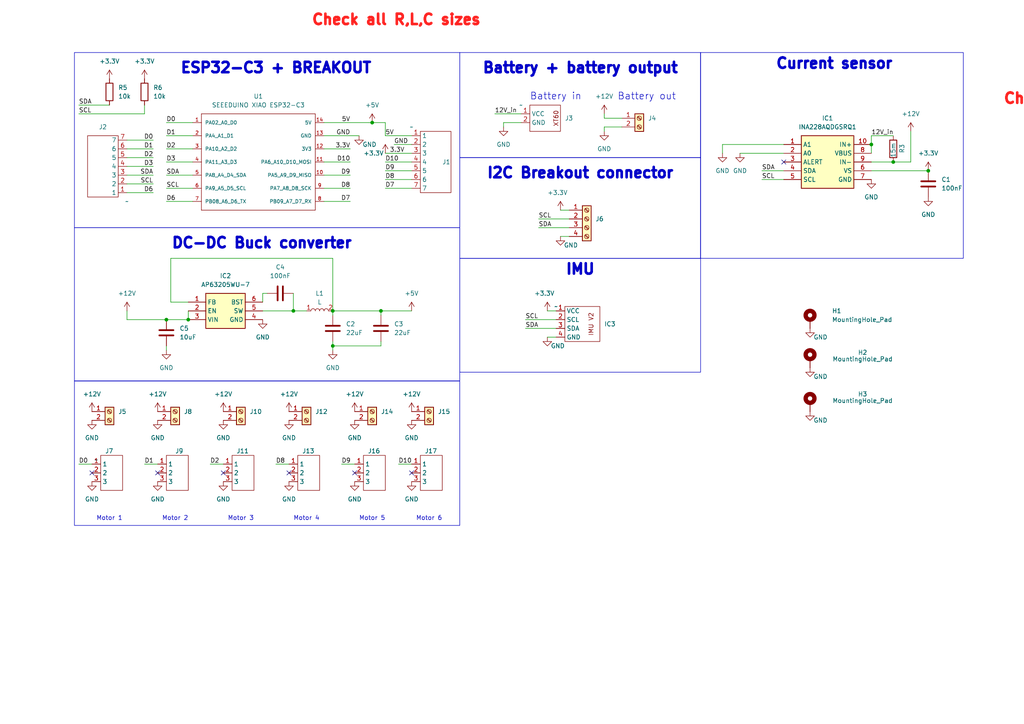
<source format=kicad_sch>
(kicad_sch (version 20230121) (generator eeschema)
  (paper "A4")
  (lib_symbols
    (symbol "Connector:Screw_Terminal_01x02" (pin_names (offset 1.016) hide)
      (property "Reference" "J" (at 0 2.54 0))
      (property "Value" "Screw_Terminal_01x02" (at 0 -5.08 0))
      (symbol "Screw_Terminal_01x02_1_1"
        (rectangle (start -1.27 1.27) (end 1.27 -3.81) (stroke (width 0.254)) (fill (type background)))
        (circle (center 0 -2.54) (radius 0.635) (stroke (width 0.1524)))
        (polyline (pts (xy -0.5334 -2.2098) (xy 0.3302 -3.048)) (stroke (width 0.1524)))
        (polyline (pts (xy -0.5334 0.3302) (xy 0.3302 -0.508)) (stroke (width 0.1524)))
        (polyline (pts (xy -0.3556 -2.032) (xy 0.508 -2.8702)) (stroke (width 0.1524)))
        (polyline (pts (xy -0.3556 0.508) (xy 0.508 -0.3302)) (stroke (width 0.1524)))
        (circle (center 0 0) (radius 0.635) (stroke (width 0.1524)))
        (pin passive line (at -5.08 0 0) (length 3.81) (name "Pin_1") (number "1"))
        (pin passive line (at -5.08 -2.54 0) (length 3.81) (name "Pin_2") (number "2"))
      )
    )
    (symbol "Connector:Screw_Terminal_01x04" (pin_names (offset 1.016) hide)
      (property "Reference" "J" (at 0 5.08 0))
      (property "Value" "Screw_Terminal_01x04" (at 0 -7.62 0))
      (symbol "Screw_Terminal_01x04_1_1"
        (rectangle (start -1.27 3.81) (end 1.27 -6.35) (stroke (width 0.254)) (fill (type background)))
        (circle (center 0 -5.08) (radius 0.635) (stroke (width 0.1524)))
        (circle (center 0 -2.54) (radius 0.635) (stroke (width 0.1524)))
        (polyline (pts (xy -0.5334 -4.7498) (xy 0.3302 -5.588)) (stroke (width 0.1524)))
        (polyline (pts (xy -0.5334 -2.2098) (xy 0.3302 -3.048)) (stroke (width 0.1524)))
        (polyline (pts (xy -0.5334 0.3302) (xy 0.3302 -0.508)) (stroke (width 0.1524)))
        (polyline (pts (xy -0.5334 2.8702) (xy 0.3302 2.032)) (stroke (width 0.1524)))
        (polyline (pts (xy -0.3556 -4.572) (xy 0.508 -5.4102)) (stroke (width 0.1524)))
        (polyline (pts (xy -0.3556 -2.032) (xy 0.508 -2.8702)) (stroke (width 0.1524)))
        (polyline (pts (xy -0.3556 0.508) (xy 0.508 -0.3302)) (stroke (width 0.1524)))
        (polyline (pts (xy -0.3556 3.048) (xy 0.508 2.2098)) (stroke (width 0.1524)))
        (circle (center 0 0) (radius 0.635) (stroke (width 0.1524)))
        (circle (center 0 2.54) (radius 0.635) (stroke (width 0.1524)))
        (pin passive line (at -5.08 2.54 0) (length 3.81) (name "Pin_1") (number "1"))
        (pin passive line (at -5.08 0 0) (length 3.81) (name "Pin_2") (number "2"))
        (pin passive line (at -5.08 -2.54 0) (length 3.81) (name "Pin_3") (number "3"))
        (pin passive line (at -5.08 -5.08 0) (length 3.81) (name "Pin_4") (number "4"))
      )
    )
    (symbol "Device:C" (pin_numbers hide) (pin_names (offset 0.254))
      (property "Reference" "C" (at 0.635 2.54 0))
      (property "Value" "C" (at 0.635 -2.54 0))
      (symbol "C_0_1"
        (polyline (pts (xy -2.032 -0.762) (xy 2.032 -0.762)) (stroke (width 0.508)))
        (polyline (pts (xy -2.032 0.762) (xy 2.032 0.762)) (stroke (width 0.508)))
      )
      (symbol "C_1_1"
        (pin passive line (at 0 3.81 270) (length 2.794) (name "~") (number "1"))
        (pin passive line (at 0 -3.81 90) (length 2.794) (name "~") (number "2"))
      )
    )
    (symbol "Device:R" (pin_numbers hide) (pin_names (offset 0))
      (property "Reference" "R" (at 2.032 0 90))
      (property "Value" "R" (at 0 0 90))
      (symbol "R_0_1"
        (rectangle (start -1.016 -2.54) (end 1.016 2.54) (stroke (width 0.254)))
      )
      (symbol "R_1_1"
        (pin passive line (at 0 3.81 270) (length 1.27) (name "~") (number "1"))
        (pin passive line (at 0 -3.81 90) (length 1.27) (name "~") (number "2"))
      )
    )
    (symbol "MasterThesis_library:1x3_FemaleHeader"
      (property "Reference" "J" (at -1.27 3.81 0))
      (symbol "1x3_FemaleHeader_0_1"
        (rectangle (start 2.54 2.54) (end 8.89 -7.62))
      )
      (symbol "1x3_FemaleHeader_1_1"
        (pin bidirectional line (at 0 0 0) (length 2.54) (name "1") (number "1"))
        (pin bidirectional line (at 0 -2.54 0) (length 2.54) (name "2") (number "2"))
        (pin bidirectional line (at 0 -5.08 0) (length 2.54) (name "3") (number "3"))
      )
    )
    (symbol "MasterThesis_library:1x7_Header"
      (property "Reference" "J" (at 0 2.54 0))
      (symbol "1x7_Header_0_1"
        (rectangle (start 0 0) (end 8.89 -17.78))
      )
      (symbol "1x7_Header_1_1"
        (pin bidirectional line (at -2.54 -1.27 0) (length 2.54) (name "1") (number "1"))
        (pin bidirectional line (at -2.54 -3.81 0) (length 2.54) (name "2") (number "2"))
        (pin bidirectional line (at -2.54 -6.35 0) (length 2.54) (name "3") (number "3"))
        (pin bidirectional line (at -2.54 -8.89 0) (length 2.54) (name "4") (number "4"))
        (pin bidirectional line (at -2.54 -11.43 0) (length 2.54) (name "5") (number "5"))
        (pin bidirectional line (at -2.54 -13.97 0) (length 2.54) (name "6") (number "6"))
        (pin bidirectional line (at -2.54 -16.51 0) (length 2.54) (name "7") (number "7"))
      )
    )
    (symbol "MasterThesis_library:AP63205WU-7"
      (property "Reference" "IC" (at 3.81 7.62 0))
      (property "Value" "AP63205WU-7" (at 3.81 5.08 0))
      (symbol "AP63205WU-7_1_1"
        (rectangle (start 5.08 2.54) (end 16.51 -7.62) (stroke (width 0.254)) (fill (type background)))
        (pin passive line (at 0 0 0) (length 5.08) (name "FB") (number "1"))
        (pin passive line (at 0 -2.54 0) (length 5.08) (name "EN") (number "2"))
        (pin passive line (at 0 -5.08 0) (length 5.08) (name "VIN") (number "3"))
        (pin passive line (at 21.59 -5.08 180) (length 5.08) (name "GND") (number "4"))
        (pin passive line (at 21.59 -2.54 180) (length 5.08) (name "SW") (number "5"))
        (pin passive line (at 21.59 0 180) (length 5.08) (name "BST") (number "6"))
      )
    )
    (symbol "MasterThesis_library:CLF12555T-4R7N-H"
      (property "Reference" "L" (at 0 0 0))
      (property "Value" "CLF12555T-4R7N-H" (at 0 -5.08 0))
      (symbol "CLF12555T-4R7N-H_0_1"
        (arc (start -1.27 -2.54) (mid -1.905 -1.9077) (end -2.54 -2.54))
        (arc (start 0 -2.54) (mid -0.635 -1.9077) (end -1.27 -2.54))
        (arc (start 1.27 -2.54) (mid 0.635 -1.9077) (end 0 -2.54))
        (arc (start 2.54 -2.54) (mid 1.905 -1.9077) (end 1.27 -2.54))
      )
      (symbol "CLF12555T-4R7N-H_1_1"
        (pin passive line (at -3.81 -2.54 0) (length 1.27) (name "") (number "1"))
        (pin passive line (at 3.81 -2.54 180) (length 1.27) (name "") (number "2"))
      )
    )
    (symbol "MasterThesis_library:IMU_V2"
      (property "Reference" "IC" (at 0 2.54 0))
      (symbol "IMU_V2_0_1"
        (rectangle (start 2.54 0) (end 12.7 -10.16))
      )
      (symbol "IMU_V2_1_1"
        (text "IMU V2" (at 10.16 -5.08 900) (effects (font (size 1.27 1.27))))
        (pin bidirectional line (at 0 -1.27 0) (length 2.54) (name "VCC") (number "1"))
        (pin bidirectional line (at 0 -3.81 0) (length 2.54) (name "SCL") (number "2"))
        (pin bidirectional line (at 0 -6.35 0) (length 2.54) (name "SDA") (number "3"))
        (pin bidirectional line (at 0 -8.89 0) (length 2.54) (name "GND") (number "4"))
      )
    )
    (symbol "MasterThesis_library:INA228AQDGSRQ1"
      (property "Reference" "IC" (at 5.08 7.62 0))
      (property "Value" "INA228AQDGSRQ1" (at 5.08 5.08 0))
      (symbol "INA228AQDGSRQ1_1_1"
        (rectangle (start 5.08 2.54) (end 20.32 -12.7) (stroke (width 0.254)) (fill (type background)))
        (pin passive line (at 0 0 0) (length 5.08) (name "A1") (number "1"))
        (pin passive line (at 25.4 0 180) (length 5.08) (name "IN+") (number "10"))
        (pin passive line (at 0 -2.54 0) (length 5.08) (name "A0") (number "2"))
        (pin passive line (at 0 -5.08 0) (length 5.08) (name "ALERT") (number "3"))
        (pin passive line (at 0 -7.62 0) (length 5.08) (name "SDA") (number "4"))
        (pin passive line (at 0 -10.16 0) (length 5.08) (name "SCL") (number "5"))
        (pin passive line (at 25.4 -7.62 180) (length 5.08) (name "VS") (number "6"))
        (pin passive line (at 25.4 -10.16 180) (length 5.08) (name "GND") (number "7"))
        (pin passive line (at 25.4 -2.54 180) (length 5.08) (name "VBUS") (number "8"))
        (pin passive line (at 25.4 -5.08 180) (length 5.08) (name "IN-") (number "9"))
      )
    )
    (symbol "MasterThesis_library:MOUDLE-SEEEDUINO-XIAO-ESP32C3" (pin_names (offset 1.016))
      (property "Reference" "U" (at -21.59 16.51 0))
      (property "Value" "SEEEDUINO XIAO ESP32-C3" (at -17.78 16.51 0))
      (symbol "MOUDLE-SEEEDUINO-XIAO-ESP32C3_0_0"
        (polyline (pts (xy -22.86 -13.97) (xy -22.86 0)) (stroke (width 0.1524)))
        (polyline (pts (xy -22.86 0) (xy -22.86 3.81)) (stroke (width 0.1524)))
        (polyline (pts (xy -22.86 3.81) (xy -22.86 7.62)) (stroke (width 0.1524)))
        (polyline (pts (xy -22.86 7.62) (xy -22.86 11.43)) (stroke (width 0.1524)))
        (polyline (pts (xy -22.86 11.43) (xy -22.86 13.97)) (stroke (width 0.1524)))
        (polyline (pts (xy -22.86 13.97) (xy 10.16 13.97)) (stroke (width 0.1524)))
        (polyline (pts (xy 10.16 -13.97) (xy -22.86 -13.97)) (stroke (width 0.1524)))
        (polyline (pts (xy 10.16 3.81) (xy 10.16 -13.97)) (stroke (width 0.1524)))
        (polyline (pts (xy 10.16 7.62) (xy 10.16 3.81)) (stroke (width 0.1524)))
        (polyline (pts (xy 10.16 11.43) (xy 10.16 7.62)) (stroke (width 0.1524)))
        (polyline (pts (xy 10.16 13.97) (xy 10.16 11.43)) (stroke (width 0.1524)))
        (pin bidirectional line (at -25.4 11.43 0) (length 2.54) (name "PA02_A0_D0") (number "1"))
        (pin bidirectional line (at 12.7 -3.81 180) (length 2.54) (name "PA5_A9_D9_MISO") (number "10"))
        (pin bidirectional line (at 12.7 0 180) (length 2.54) (name "PA6_A10_D10_MOSI") (number "11"))
        (pin bidirectional line (at 12.7 3.81 180) (length 2.54) (name "3V3") (number "12"))
        (pin bidirectional line (at 12.7 7.62 180) (length 2.54) (name "GND") (number "13"))
        (pin bidirectional line (at 12.7 11.43 180) (length 2.54) (name "5V") (number "14"))
        (pin bidirectional line (at -25.4 7.62 0) (length 2.54) (name "PA4_A1_D1") (number "2"))
        (pin bidirectional line (at -25.4 3.81 0) (length 2.54) (name "PA10_A2_D2") (number "3"))
        (pin bidirectional line (at -25.4 0 0) (length 2.54) (name "PA11_A3_D3") (number "4"))
        (pin bidirectional line (at -25.4 -3.81 0) (length 2.54) (name "PA8_A4_D4_SDA") (number "5"))
        (pin bidirectional line (at -25.4 -7.62 0) (length 2.54) (name "PA9_A5_D5_SCL") (number "6"))
        (pin bidirectional line (at -25.4 -11.43 0) (length 2.54) (name "PB08_A6_D6_TX") (number "7"))
        (pin bidirectional line (at 12.7 -11.43 180) (length 2.54) (name "PB09_A7_D7_RX") (number "8"))
        (pin bidirectional line (at 12.7 -7.62 180) (length 2.54) (name "PA7_A8_D8_SCK") (number "9"))
      )
    )
    (symbol "MasterThesis_library:XT60"
      (property "Reference" "J" (at 2.54 1.27 0))
      (symbol "XT60_0_1"
        (rectangle (start 2.54 0) (end 11.43 -7.62))
      )
      (symbol "XT60_1_1"
        (text "XT60" (at 10.16 -3.81 900) (effects (font (size 1.27 1.27))))
        (pin bidirectional line (at 0 -2.54 0) (length 2.54) (name "VCC") (number "1"))
        (pin bidirectional line (at 0 -5.08 0) (length 2.54) (name "GND") (number "2"))
      )
    )
    (symbol "Mechanical:MountingHole_Pad" (pin_numbers hide) (pin_names (offset 1.016) hide)
      (property "Reference" "H" (at 0 6.35 0))
      (property "Value" "MountingHole_Pad" (at 0 4.445 0))
      (symbol "MountingHole_Pad_0_1"
        (circle (center 0 1.27) (radius 1.27) (stroke (width 1.27)))
      )
      (symbol "MountingHole_Pad_1_1"
        (pin input line (at 0 -2.54 90) (length 2.54) (name "1") (number "1"))
      )
    )
    (symbol "power:+12V" (power) (pin_names (offset 0))
      (property "Value" "+12V" (at 0 3.556 0))
      (symbol "+12V_0_1"
        (polyline (pts (xy -0.762 1.27) (xy 0 2.54)))
        (polyline (pts (xy 0 0) (xy 0 2.54)))
        (polyline (pts (xy 0 2.54) (xy 0.762 1.27)))
      )
      (symbol "+12V_1_1"
        (pin power_in line (at 0 0 90) (length 0) hide (name "+12V") (number "1"))
      )
    )
    (symbol "power:+3.3V" (power) (pin_names (offset 0))
      (property "Value" "+3.3V" (at 0 3.556 0))
      (symbol "+3.3V_0_1"
        (polyline (pts (xy -0.762 1.27) (xy 0 2.54)))
        (polyline (pts (xy 0 0) (xy 0 2.54)))
        (polyline (pts (xy 0 2.54) (xy 0.762 1.27)))
      )
      (symbol "+3.3V_1_1"
        (pin power_in line (at 0 0 90) (length 0) hide (name "+3.3V") (number "1"))
      )
    )
    (symbol "power:+5V" (power) (pin_names (offset 0))
      (property "Value" "+5V" (at 0 3.556 0))
      (symbol "+5V_0_1"
        (polyline (pts (xy -0.762 1.27) (xy 0 2.54)))
        (polyline (pts (xy 0 0) (xy 0 2.54)))
        (polyline (pts (xy 0 2.54) (xy 0.762 1.27)))
      )
      (symbol "+5V_1_1"
        (pin power_in line (at 0 0 90) (length 0) hide (name "+5V") (number "1"))
      )
    )
    (symbol "power:GND" (power) (pin_names (offset 0))
      (property "Value" "GND" (at 0 -3.81 0))
      (symbol "GND_0_1"
        (polyline (pts (xy 0 0) (xy 0 -1.27) (xy 1.27 -1.27) (xy 0 -2.54) (xy -1.27 -1.27) (xy 0 -1.27)))
      )
      (symbol "GND_1_1"
        (pin power_in line (at 0 0 270) (length 0) hide (name "GND") (number "1"))
      )
    )
  )
  (junction (at 259.08 46.99))
  (junction (at 107.95 35.56))
  (junction (at 85.09 90.17))
  (junction (at 96.52 90.17))
  (junction (at 96.52 100.33))
  (junction (at 110.49 90.17))
  (junction (at 252.73 41.91))
  (junction (at 54.61 92.71))
  (junction (at 269.24 49.53))
  (junction (at 48.26 92.71))
  (no_connect (at 45.72 137.16))
  (no_connect (at 227.33 46.99))
  (no_connect (at 102.87 137.16))
  (no_connect (at 64.77 137.16))
  (no_connect (at 26.67 137.16))
  (no_connect (at 83.82 137.16))
  (no_connect (at 119.38 137.16))
  (wire (pts (xy 96.52 101.6) (xy 96.52 100.33)))
  (wire (pts (xy 119.38 39.37) (xy 111.76 39.37)))
  (wire (pts (xy 156.21 66.04) (xy 165.1 66.04)))
  (wire (pts (xy 49.53 74.93) (xy 96.52 74.93)))
  (wire (pts (xy 110.49 99.06) (xy 110.49 100.33)))
  (wire (pts (xy 85.09 85.09) (xy 85.09 90.17)))
  (wire (pts (xy 93.98 50.8) (xy 101.6 50.8)))
  (wire (pts (xy 252.73 39.37) (xy 252.73 41.91)))
  (wire (pts (xy 119.38 49.53) (xy 111.76 49.53)))
  (wire (pts (xy 180.34 34.29) (xy 175.26 34.29)))
  (wire (pts (xy 36.83 53.34) (xy 44.45 53.34)))
  (wire (pts (xy 77.47 85.09) (xy 76.2 85.09)))
  (wire (pts (xy 209.55 41.91) (xy 209.55 44.45)))
  (wire (pts (xy 259.08 39.37) (xy 252.73 39.37)))
  (wire (pts (xy 119.38 54.61) (xy 111.76 54.61)))
  (wire (pts (xy 36.83 45.72) (xy 44.45 45.72)))
  (wire (pts (xy 55.88 39.37) (xy 48.26 39.37)))
  (wire (pts (xy 36.83 43.18) (xy 44.45 43.18)))
  (wire (pts (xy 110.49 91.44) (xy 110.49 90.17)))
  (wire (pts (xy 96.52 100.33) (xy 96.52 99.06)))
  (wire (pts (xy 55.88 46.99) (xy 48.26 46.99)))
  (wire (pts (xy 252.73 49.53) (xy 269.24 49.53)))
  (wire (pts (xy 111.76 44.45) (xy 119.38 44.45)))
  (wire (pts (xy 156.21 63.5) (xy 165.1 63.5)))
  (wire (pts (xy 93.98 39.37) (xy 104.14 39.37)))
  (wire (pts (xy 96.52 74.93) (xy 96.52 90.17)))
  (wire (pts (xy 259.08 46.99) (xy 264.16 46.99)))
  (wire (pts (xy 252.73 41.91) (xy 252.73 44.45)))
  (wire (pts (xy 83.82 134.62) (xy 80.01 134.62)))
  (wire (pts (xy 146.05 35.56) (xy 146.05 36.83)))
  (wire (pts (xy 76.2 85.09) (xy 76.2 87.63)))
  (wire (pts (xy 48.26 92.71) (xy 36.83 92.71)))
  (wire (pts (xy 111.76 39.37) (xy 111.76 35.56)))
  (wire (pts (xy 64.77 134.62) (xy 60.96 134.62)))
  (wire (pts (xy 158.75 97.79) (xy 161.29 97.79)))
  (wire (pts (xy 220.98 49.53) (xy 227.33 49.53)))
  (wire (pts (xy 264.16 38.1) (xy 264.16 46.99)))
  (wire (pts (xy 55.88 58.42) (xy 48.26 58.42)))
  (wire (pts (xy 49.53 87.63) (xy 49.53 74.93)))
  (wire (pts (xy 119.38 46.99) (xy 111.76 46.99)))
  (wire (pts (xy 45.72 134.62) (xy 41.91 134.62)))
  (wire (pts (xy 55.88 50.8) (xy 48.26 50.8)))
  (wire (pts (xy 22.86 33.02) (xy 41.91 33.02)))
  (wire (pts (xy 48.26 100.33) (xy 48.26 101.6)))
  (wire (pts (xy 93.98 58.42) (xy 101.6 58.42)))
  (wire (pts (xy 119.38 41.91) (xy 114.3 41.91)))
  (wire (pts (xy 162.56 60.96) (xy 165.1 60.96)))
  (wire (pts (xy 55.88 54.61) (xy 48.26 54.61)))
  (wire (pts (xy 151.13 33.02) (xy 143.51 33.02)))
  (wire (pts (xy 93.98 43.18) (xy 101.6 43.18)))
  (wire (pts (xy 36.83 48.26) (xy 44.45 48.26)))
  (wire (pts (xy 96.52 90.17) (xy 96.52 91.44)))
  (wire (pts (xy 36.83 40.64) (xy 44.45 40.64)))
  (wire (pts (xy 214.63 44.45) (xy 227.33 44.45)))
  (wire (pts (xy 85.09 90.17) (xy 88.9 90.17)))
  (wire (pts (xy 119.38 52.07) (xy 111.76 52.07)))
  (wire (pts (xy 180.34 36.83) (xy 175.26 36.83)))
  (wire (pts (xy 36.83 55.88) (xy 44.45 55.88)))
  (wire (pts (xy 111.76 35.56) (xy 107.95 35.56)))
  (wire (pts (xy 158.75 90.17) (xy 161.29 90.17)))
  (wire (pts (xy 54.61 90.17) (xy 54.61 92.71)))
  (wire (pts (xy 110.49 100.33) (xy 96.52 100.33)))
  (wire (pts (xy 55.88 35.56) (xy 48.26 35.56)))
  (wire (pts (xy 175.26 36.83) (xy 175.26 38.1)))
  (wire (pts (xy 36.83 50.8) (xy 44.45 50.8)))
  (wire (pts (xy 55.88 43.18) (xy 48.26 43.18)))
  (wire (pts (xy 93.98 46.99) (xy 101.6 46.99)))
  (wire (pts (xy 22.86 30.48) (xy 31.75 30.48)))
  (wire (pts (xy 152.4 95.25) (xy 161.29 95.25)))
  (wire (pts (xy 110.49 90.17) (xy 119.38 90.17)))
  (wire (pts (xy 26.67 134.62) (xy 22.86 134.62)))
  (wire (pts (xy 93.98 35.56) (xy 107.95 35.56)))
  (wire (pts (xy 110.49 90.17) (xy 96.52 90.17)))
  (wire (pts (xy 151.13 35.56) (xy 146.05 35.56)))
  (wire (pts (xy 36.83 90.17) (xy 36.83 92.71)))
  (wire (pts (xy 48.26 92.71) (xy 54.61 92.71)))
  (wire (pts (xy 93.98 54.61) (xy 101.6 54.61)))
  (wire (pts (xy 175.26 34.29) (xy 175.26 33.02)))
  (wire (pts (xy 119.38 134.62) (xy 115.57 134.62)))
  (wire (pts (xy 41.91 33.02) (xy 41.91 30.48)))
  (wire (pts (xy 102.87 134.62) (xy 99.06 134.62)))
  (wire (pts (xy 76.2 90.17) (xy 85.09 90.17)))
  (wire (pts (xy 227.33 41.91) (xy 209.55 41.91)))
  (wire (pts (xy 54.61 87.63) (xy 49.53 87.63)))
  (wire (pts (xy 220.98 52.07) (xy 227.33 52.07)))
  (wire (pts (xy 162.56 68.58) (xy 165.1 68.58)))
  (wire (pts (xy 252.73 46.99) (xy 259.08 46.99)))
  (wire (pts (xy 152.4 92.71) (xy 161.29 92.71)))
  (rectangle (start 21.59 15.24) (end 133.35 66.04))
  (rectangle (start 133.35 74.93) (end 203.2 107.95))
  (rectangle (start 133.35 15.24) (end 203.2 45.72))
  (rectangle (start 21.59 110.49) (end 133.35 152.4))
  (rectangle (start 203.2 15.24) (end 279.4 74.93))
  (rectangle (start 21.59 66.04) (end 133.35 110.49))
  (rectangle (start 133.35 45.72) (end 203.2 74.93))
  (text "Current sensor" (at 224.79 20.32 0) (effects (font (size 3 3) (thickness 1) bold) (justify left bottom)))
  (text "Battery + battery output" (at 139.7 21.59 0) (effects (font (size 3 3) (thickness 1) bold) (justify left bottom)))
  (text "Battery out" (at 179.07 29.21 0) (effects (font (size 2 2)) (justify left bottom)))
  (text "Motor 6" (at 120.65 151.13 0) (effects (font (size 1.27 1.27)) (justify left bottom)))
  (text "ESP32-C3 + BREAKOUT" (at 52.07 21.59 0) (effects (font (size 3 3) (thickness 1) bold) (justify left bottom)))
  (text "Battery in" (at 153.67 29.21 0) (effects (font (size 2 2)) (justify left bottom)))
  (text "IMU" (at 163.83 80.01 0) (effects (font (size 3 3) (thickness 1) bold) (justify left bottom)))
  (text "Motor 2" (at 46.99 151.13 0) (effects (font (size 1.27 1.27)) (justify left bottom)))
  (text "Motor 4" (at 85.09 151.13 0) (effects (font (size 1.27 1.27)) (justify left bottom)))
  (text "Motor 3" (at 66.04 151.13 0) (effects (font (size 1.27 1.27)) (justify left bottom)))
  (text "Check connections on 8-9-10" (at 290.83 30.48 0) (effects (font (size 3 3) (thickness 1) bold) (justify left bottom)))
  (text "DC-DC Buck converter" (at 49.53 72.39 0) (effects (font (size 3 3) (thickness 1) bold) (justify left bottom)))
  (text "Check all R,L,C sizes" (at 90.17 7.62 0) (effects (font (size 3 3) (thickness 1) bold) (justify left bottom)))
  (text "Motor 1" (at 27.94 151.13 0) (effects (font (size 1.27 1.27)) (justify left bottom)))
  (text "I2C Breakout connector" (at 140.97 52.07 0) (effects (font (size 3 3) (thickness 1) bold) (justify left bottom)))
  (text "Motor 5" (at 104.14 151.13 0) (effects (font (size 1.27 1.27)) (justify left bottom)))
  (label "D7" (at 111.76 54.61 0))
  (label "D9" (at 99.06 134.62 0))
  (label "SDA" (at 156.21 66.04 0))
  (label "SDA" (at 48.26 50.8 0))
  (label "D2" (at 60.96 134.62 0))
  (label "SCL" (at 220.98 52.07 0))
  (label "SCL" (at 156.21 63.5 0))
  (label "SDA" (at 22.86 30.48 0))
  (label "D8" (at 111.76 52.07 0))
  (label "GND" (at 101.6 39.37 180))
  (label "D0" (at 22.86 134.62 0))
  (label "12V_in" (at 143.51 33.02 0))
  (label "D6" (at 44.45 55.88 180))
  (label "D9" (at 101.6 50.8 180))
  (label "5V" (at 111.76 39.37 0))
  (label "3.3V" (at 101.6 43.18 180))
  (label "3.3V" (at 113.03 44.45 0))
  (label "5V" (at 101.6 35.56 180))
  (label "D6" (at 48.26 58.42 0))
  (label "SCL" (at 22.86 33.02 0))
  (label "D2" (at 48.26 43.18 0))
  (label "SCL" (at 44.45 53.34 180))
  (label "D10" (at 115.57 134.62 0))
  (label "SCL" (at 152.4 92.71 0))
  (label "D8" (at 80.01 134.62 0))
  (label "SDA" (at 44.45 50.8 180))
  (label "D10" (at 101.6 46.99 180))
  (label "D3" (at 44.45 48.26 180))
  (label "D7" (at 101.6 58.42 180))
  (label "D1" (at 48.26 39.37 0))
  (label "D2" (at 44.45 45.72 180))
  (label "D0" (at 44.45 40.64 180))
  (label "D0" (at 48.26 35.56 0))
  (label "D8" (at 101.6 54.61 180))
  (label "SDA" (at 152.4 95.25 0))
  (label "D10" (at 111.76 46.99 0))
  (label "D1" (at 41.91 134.62 0))
  (label "SDA" (at 220.98 49.53 0))
  (label "12V_in" (at 252.73 39.37 0))
  (label "GND" (at 114.3 41.91 0))
  (label "D3" (at 48.26 46.99 0))
  (label "D1" (at 44.45 43.18 180))
  (label "SCL" (at 48.26 54.61 0))
  (label "D9" (at 111.76 49.53 0))
  (symbol (lib_id "power:+12V") (at 102.87 119.38 0) (unit 1)
    (property "Reference" "#PWR045" (effects hide))
    (property "Value" "+12V" (at 102.87 114.3 0))
  )
  (symbol (lib_id "MasterThesis_library:MOUDLE-SEEEDUINO-XIAO-ESP32C3") (at 81.28 46.99 0) (unit 1)
    (property "Reference" "U1" (at 74.93 27.94 0))
    (property "Value" "SEEEDUINO XIAO ESP32-C3" (at 74.93 30.48 0))
    (property "Footprint" "MasterThesis_library:Seed Studio XIAO ESP32C3 (with holes)" (effects hide))
  )
  (symbol (lib_id "power:GND") (at 234.95 106.68 0) (unit 1)
    (property "Reference" "#PWR024" (effects hide))
    (property "Value" "GND" (at 240.03 109.22 0) (effects (justify right)))
  )
  (symbol (lib_id "MasterThesis_library:INA228AQDGSRQ1") (at 227.33 41.91 0) (unit 1)
    (property "Reference" "IC1" (at 240.03 34.29 0))
    (property "Value" "INA228AQDGSRQ1" (at 240.03 36.83 0))
    (property "Footprint" "MasterThesis_library:INA228" (effects hide))
    (property "Datasheet" "https://www.ti.com/lit/gpn/ina228-q1" (effects hide))
    (property "Height" "1.1" (effects hide))
    (property "Manufacturer_Name" "Texas Instruments" (effects hide))
    (property "Manufacturer_Part_Number" "INA228AQDGSRQ1" (effects hide))
    (property "Mouser Part Number" "595-INA228AQDGSRQ1" (effects hide))
    (property "Mouser Price/Stock" "https://www.mouser.co.uk/ProductDetail/Texas-Instruments/INA228AQDGSRQ1?qs=QNEnbhJQKvZw8LLjrvIyCg%3D%3D" (effects hide))
    (property "Arrow Part Number" "INA228AQDGSRQ1" (effects hide))
    (property "Arrow Price/Stock" "https://www.arrow.com/en/products/ina228aqdgsrq1/texas-instruments?utm_currency=USD&region=nac" (effects hide))
  )
  (symbol (lib_id "MasterThesis_library:1x3_FemaleHeader") (at 83.82 134.62 0) (unit 1)
    (property "Reference" "J13" (at 87.63 130.81 0) (effects (justify left)))
    (property "Value" "Screw_Terminal_01x03" (effects hide))
    (property "Footprint" "MasterThesis_library:1x3_FemaleHeader" (effects hide))
  )
  (symbol (lib_id "Mechanical:MountingHole_Pad") (at 234.95 116.84 0) (unit 1)
    (property "Reference" "H3" (at 250.19 114.3 0))
    (property "Value" "MountingHole_Pad" (at 250.19 116.205 0))
    (property "Footprint" "MountingHole:MountingHole_3.2mm_M3_DIN965_Pad" (effects hide))
  )
  (symbol (lib_id "MasterThesis_library:AP63205WU-7") (at 54.61 87.63 0) (unit 1)
    (property "Reference" "IC2" (at 65.405 80.01 0))
    (property "Value" "AP63205WU-7" (at 65.405 82.55 0))
    (property "Footprint" "MasterThesis_library:AP63205WU7" (effects hide))
    (property "Datasheet" "https://www.diodes.com//assets/Datasheets/AP63200-AP63201-AP63203-AP63205.pdf" (effects hide))
    (property "Height" "1" (effects hide))
    (property "Manufacturer_Name" "Diodes Incorporated" (effects hide))
    (property "Manufacturer_Part_Number" "AP63205WU-7" (effects hide))
    (property "Mouser Part Number" "621-AP63205WU-7" (effects hide))
    (property "Mouser Price/Stock" "https://www.mouser.co.uk/ProductDetail/Diodes-Incorporated/AP63205WU-7?qs=u16ybLDytRZtkj8PzdWCOw%3D%3D" (effects hide))
    (property "Arrow Part Number" "AP63205WU-7" (effects hide))
    (property "Arrow Price/Stock" "https://www.arrow.com/en/products/ap63205wu-7/diodes-incorporated?region=europe" (effects hide))
    (property "LCSC" "C2071056" (effects hide))
  )
  (symbol (lib_id "power:GND") (at 269.24 57.15 0) (unit 1)
    (property "Reference" "#PWR011" (effects hide))
    (property "Value" "GND" (at 269.24 62.23 0))
  )
  (symbol (lib_id "Device:R") (at 259.08 43.18 0) (unit 1)
    (property "Reference" "R3" (at 261.62 44.45 90) (effects (justify left)))
    (property "Value" "15m" (at 259.08 45.72 90) (effects (justify left)))
    (property "Footprint" "Resistor_SMD:R_2512_6332Metric_Pad1.40x3.35mm_HandSolder" (effects hide))
    (property "LCSC" "C5121111" (effects hide))
  )
  (symbol (lib_id "MasterThesis_library:IMU_V2") (at 161.29 88.9 0) (unit 1)
    (property "Reference" "IC3" (at 175.26 93.98 0) (effects (justify left)))
    (property "Value" "~" (at 161.29 88.9 0))
    (property "Footprint" "MasterThesis_library:IMU_V2" (effects hide))
  )
  (symbol (lib_id "power:GND") (at 175.26 38.1 0) (unit 1)
    (property "Reference" "#PWR02" (effects hide))
    (property "Value" "GND" (at 175.26 43.18 0))
  )
  (symbol (lib_id "Device:R") (at 31.75 26.67 0) (unit 1)
    (property "Reference" "R5" (at 34.29 25.4 0) (effects (justify left)))
    (property "Value" "10k" (at 34.29 27.94 0) (effects (justify left)))
    (property "Footprint" "Resistor_SMD:R_1206_3216Metric_Pad1.30x1.75mm_HandSolder" (effects hide))
    (property "LCSC" "C1489 " (effects hide))
  )
  (symbol (lib_id "power:+3.3V") (at 158.75 90.17 0) (unit 1)
    (property "Reference" "#PWR020" (effects hide))
    (property "Value" "+3.3V" (at 154.94 85.09 0) (effects (justify left)))
  )
  (symbol (lib_id "Device:C") (at 110.49 95.25 0) (unit 1)
    (property "Reference" "C3" (at 114.3 93.98 0) (effects (justify left)))
    (property "Value" "22uF" (at 114.3 96.52 0) (effects (justify left)))
    (property "Footprint" "Capacitor_SMD:C_1206_3216Metric_Pad1.33x1.80mm_HandSolder" (effects hide))
    (property "LCSC" "C77088" (effects hide))
  )
  (symbol (lib_id "power:GND") (at 234.95 119.38 0) (unit 1)
    (property "Reference" "#PWR023" (effects hide))
    (property "Value" "GND" (at 240.03 121.92 0) (effects (justify right)))
  )
  (symbol (lib_id "power:GND") (at 162.56 68.58 0) (unit 1)
    (property "Reference" "#PWR040" (effects hide))
    (property "Value" "GND" (at 167.64 71.12 0) (effects (justify right)))
  )
  (symbol (lib_id "MasterThesis_library:CLF12555T-4R7N-H") (at 92.71 87.63 0) (unit 1)
    (property "Reference" "L1" (at 92.71 85.09 0))
    (property "Value" "L" (at 92.71 87.63 0))
    (property "Footprint" "MasterThesis_library:CLF12555T-4R7N-H" (effects hide))
    (property "LCSC" "C43183" (effects hide))
  )
  (symbol (lib_id "power:+3.3V") (at 31.75 22.86 0) (unit 1)
    (property "Reference" "#PWR032" (effects hide))
    (property "Value" "+3.3V" (at 31.75 17.78 0))
  )
  (symbol (lib_id "power:GND") (at 83.82 121.92 0) (unit 1)
    (property "Reference" "#PWR044" (effects hide))
    (property "Value" "GND" (at 83.82 127 0))
  )
  (symbol (lib_id "power:GND") (at 26.67 139.7 0) (unit 1)
    (property "Reference" "#PWR049" (effects hide))
    (property "Value" "GND" (at 26.67 144.78 0))
  )
  (symbol (lib_id "power:+12V") (at 64.77 119.38 0) (unit 1)
    (property "Reference" "#PWR041" (effects hide))
    (property "Value" "+12V" (at 64.77 114.3 0))
  )
  (symbol (lib_id "Device:C") (at 96.52 95.25 0) (unit 1)
    (property "Reference" "C2" (at 100.33 93.98 0) (effects (justify left)))
    (property "Value" "22uF" (at 100.33 96.52 0) (effects (justify left)))
    (property "Footprint" "Capacitor_SMD:C_1206_3216Metric_Pad1.33x1.80mm_HandSolder" (effects hide))
    (property "LCSC" "C77088" (effects hide))
  )
  (symbol (lib_id "Connector:Screw_Terminal_01x02") (at 185.42 34.29 0) (unit 1)
    (property "Reference" "J4" (at 187.96 34.29 0) (effects (justify left)))
    (property "Value" "Screw_Terminal_01x02" (effects hide))
    (property "Footprint" "TerminalBlock_TE-Connectivity:TerminalBlock_TE_282834-2_1x02_P2.54mm_Horizontal" (effects hide))
  )
  (symbol (lib_id "power:GND") (at 76.2 92.71 0) (unit 1)
    (property "Reference" "#PWR013" (effects hide))
    (property "Value" "GND" (at 76.2 97.79 0))
  )
  (symbol (lib_id "Connector:Screw_Terminal_01x02") (at 69.85 119.38 0) (unit 1)
    (property "Reference" "J10" (at 72.39 119.38 0) (effects (justify left)))
    (property "Value" "Screw_Terminal_01x02" (effects hide))
    (property "Footprint" "TerminalBlock_TE-Connectivity:TerminalBlock_TE_282834-2_1x02_P2.54mm_Horizontal" (effects hide))
  )
  (symbol (lib_id "power:+12V") (at 264.16 38.1 0) (unit 1)
    (property "Reference" "#PWR04" (effects hide))
    (property "Value" "+12V" (at 264.16 33.02 0))
  )
  (symbol (lib_id "power:GND") (at 26.67 121.92 0) (unit 1)
    (property "Reference" "#PWR06" (effects hide))
    (property "Value" "GND" (at 26.67 127 0))
  )
  (symbol (lib_id "power:GND") (at 102.87 121.92 0) (unit 1)
    (property "Reference" "#PWR046" (effects hide))
    (property "Value" "GND" (at 102.87 127 0))
  )
  (symbol (lib_id "MasterThesis_library:1x3_FemaleHeader") (at 64.77 134.62 0) (unit 1)
    (property "Reference" "J11" (at 68.58 130.81 0) (effects (justify left)))
    (property "Value" "Screw_Terminal_01x03" (effects hide))
    (property "Footprint" "MasterThesis_library:1x3_FemaleHeader" (effects hide))
  )
  (symbol (lib_id "Mechanical:MountingHole_Pad") (at 234.95 104.14 0) (unit 1)
    (property "Reference" "H2" (at 250.19 102.235 0))
    (property "Value" "MountingHole_Pad" (at 250.19 104.14 0))
    (property "Footprint" "MountingHole:MountingHole_3.2mm_M3_DIN965_Pad" (effects hide))
  )
  (symbol (lib_id "power:+12V") (at 36.83 90.17 0) (unit 1)
    (property "Reference" "#PWR07" (effects hide))
    (property "Value" "+12V" (at 36.83 85.09 0))
  )
  (symbol (lib_id "power:GND") (at 64.77 121.92 0) (unit 1)
    (property "Reference" "#PWR042" (effects hide))
    (property "Value" "GND" (at 64.77 127 0))
  )
  (symbol (lib_id "Connector:Screw_Terminal_01x02") (at 107.95 119.38 0) (unit 1)
    (property "Reference" "J14" (at 110.49 119.38 0) (effects (justify left)))
    (property "Value" "Screw_Terminal_01x02" (effects hide))
    (property "Footprint" "TerminalBlock_TE-Connectivity:TerminalBlock_TE_282834-2_1x02_P2.54mm_Horizontal" (effects hide))
  )
  (symbol (lib_id "MasterThesis_library:1x7_Header") (at 34.29 57.15 180) (unit 1)
    (property "Reference" "J2" (at 29.845 36.83 0))
    (property "Value" "~" (at 36.83 58.42 0))
    (property "Footprint" "MasterThesis_library:1x7_Header" (effects hide))
  )
  (symbol (lib_id "power:GND") (at 209.55 44.45 0) (unit 1)
    (property "Reference" "#PWR08" (effects hide))
    (property "Value" "GND" (at 209.55 49.53 0))
  )
  (symbol (lib_id "MasterThesis_library:1x3_FemaleHeader") (at 45.72 134.62 0) (unit 1)
    (property "Reference" "J9" (at 50.8 130.81 0) (effects (justify left)))
    (property "Value" "Screw_Terminal_01x03" (effects hide))
    (property "Footprint" "MasterThesis_library:1x3_FemaleHeader" (effects hide))
  )
  (symbol (lib_id "power:GND") (at 119.38 121.92 0) (unit 1)
    (property "Reference" "#PWR048" (effects hide))
    (property "Value" "GND" (at 119.38 127 0))
  )
  (symbol (lib_id "power:GND") (at 48.26 101.6 0) (unit 1)
    (property "Reference" "#PWR015" (effects hide))
    (property "Value" "GND" (at 48.26 106.68 0))
  )
  (symbol (lib_id "Connector:Screw_Terminal_01x02") (at 88.9 119.38 0) (unit 1)
    (property "Reference" "J12" (at 91.44 119.38 0) (effects (justify left)))
    (property "Value" "Screw_Terminal_01x02" (effects hide))
    (property "Footprint" "TerminalBlock_TE-Connectivity:TerminalBlock_TE_282834-2_1x02_P2.54mm_Horizontal" (effects hide))
  )
  (symbol (lib_id "power:+12V") (at 175.26 33.02 0) (unit 1)
    (property "Reference" "#PWR05" (effects hide))
    (property "Value" "+12V" (at 175.26 27.94 0))
  )
  (symbol (lib_id "Connector:Screw_Terminal_01x02") (at 31.75 119.38 0) (unit 1)
    (property "Reference" "J5" (at 34.29 119.38 0) (effects (justify left)))
    (property "Value" "Screw_Terminal_01x02" (effects hide))
    (property "Footprint" "TerminalBlock_TE-Connectivity:TerminalBlock_TE_282834-2_1x02_P2.54mm_Horizontal" (effects hide))
  )
  (symbol (lib_id "MasterThesis_library:1x3_FemaleHeader") (at 102.87 134.62 0) (unit 1)
    (property "Reference" "J16" (at 106.68 130.81 0) (effects (justify left)))
    (property "Value" "Screw_Terminal_01x03" (effects hide))
    (property "Footprint" "MasterThesis_library:1x3_FemaleHeader" (effects hide))
  )
  (symbol (lib_id "power:GND") (at 214.63 44.45 0) (unit 1)
    (property "Reference" "#PWR09" (effects hide))
    (property "Value" "GND" (at 214.63 49.53 0))
  )
  (symbol (lib_id "power:+3.3V") (at 111.76 44.45 0) (unit 1)
    (property "Reference" "#PWR019" (effects hide))
    (property "Value" "+3.3V" (at 105.41 44.45 0) (effects (justify left)))
  )
  (symbol (lib_id "Device:C") (at 81.28 85.09 90) (unit 1)
    (property "Reference" "C4" (at 81.28 77.47 90))
    (property "Value" "100nF" (at 81.28 80.01 90))
    (property "Footprint" "Capacitor_SMD:C_1206_3216Metric_Pad1.33x1.80mm_HandSolder" (effects hide))
    (property "LCSC" "C1945" (effects hide))
  )
  (symbol (lib_id "power:GND") (at 64.77 139.7 0) (unit 1)
    (property "Reference" "#PWR051" (effects hide))
    (property "Value" "GND" (at 64.77 144.78 0))
  )
  (symbol (lib_id "MasterThesis_library:XT60") (at 151.13 30.48 0) (unit 1)
    (property "Reference" "J3" (at 163.83 34.29 0) (effects (justify left)))
    (property "Value" "~" (at 151.13 30.48 0))
    (property "Footprint" "MasterThesis_library:XT60" (effects hide))
  )
  (symbol (lib_id "power:GND") (at 104.14 39.37 0) (unit 1)
    (property "Reference" "#PWR018" (effects hide))
    (property "Value" "GND" (at 109.22 41.91 0) (effects (justify right)))
  )
  (symbol (lib_id "Connector:Screw_Terminal_01x04") (at 170.18 63.5 0) (unit 1)
    (property "Reference" "J6" (at 172.72 63.5 0) (effects (justify left)))
    (property "Value" "Screw_Terminal_01x04" (effects hide))
    (property "Footprint" "TerminalBlock_TE-Connectivity:TerminalBlock_TE_282834-4_1x04_P2.54mm_Horizontal" (effects hide))
  )
  (symbol (lib_id "power:+12V") (at 119.38 119.38 0) (unit 1)
    (property "Reference" "#PWR047" (effects hide))
    (property "Value" "+12V" (at 119.38 114.3 0))
  )
  (symbol (lib_id "power:GND") (at 146.05 36.83 0) (unit 1)
    (property "Reference" "#PWR01" (effects hide))
    (property "Value" "GND" (at 146.05 41.91 0))
  )
  (symbol (lib_id "Device:R") (at 41.91 26.67 0) (unit 1)
    (property "Reference" "R6" (at 44.45 25.4 0) (effects (justify left)))
    (property "Value" "10k" (at 44.45 27.94 0) (effects (justify left)))
    (property "Footprint" "Resistor_SMD:R_1206_3216Metric_Pad1.30x1.75mm_HandSolder" (effects hide))
    (property "LCSC" "C1489 " (effects hide))
  )
  (symbol (lib_id "power:+3.3V") (at 41.91 22.86 0) (unit 1)
    (property "Reference" "#PWR033" (effects hide))
    (property "Value" "+3.3V" (at 41.91 17.78 0))
  )
  (symbol (lib_id "power:GND") (at 252.73 52.07 0) (unit 1)
    (property "Reference" "#PWR012" (effects hide))
    (property "Value" "GND" (at 252.73 57.15 0))
  )
  (symbol (lib_id "power:GND") (at 102.87 139.7 0) (unit 1)
    (property "Reference" "#PWR053" (effects hide))
    (property "Value" "GND" (at 102.87 144.78 0))
  )
  (symbol (lib_id "power:GND") (at 83.82 139.7 0) (unit 1)
    (property "Reference" "#PWR052" (effects hide))
    (property "Value" "GND" (at 83.82 144.78 0))
  )
  (symbol (lib_id "power:GND") (at 158.75 97.79 0) (unit 1)
    (property "Reference" "#PWR021" (effects hide))
    (property "Value" "GND" (at 163.83 100.33 0) (effects (justify right)))
  )
  (symbol (lib_id "power:+12V") (at 26.67 119.38 0) (unit 1)
    (property "Reference" "#PWR03" (effects hide))
    (property "Value" "+12V" (at 26.67 114.3 0))
  )
  (symbol (lib_id "Connector:Screw_Terminal_01x02") (at 124.46 119.38 0) (unit 1)
    (property "Reference" "J15" (at 127 119.38 0) (effects (justify left)))
    (property "Value" "Screw_Terminal_01x02" (effects hide))
    (property "Footprint" "TerminalBlock_TE-Connectivity:TerminalBlock_TE_282834-2_1x02_P2.54mm_Horizontal" (effects hide))
  )
  (symbol (lib_id "power:GND") (at 45.72 121.92 0) (unit 1)
    (property "Reference" "#PWR026" (effects hide))
    (property "Value" "GND" (at 45.72 127 0))
  )
  (symbol (lib_id "power:+12V") (at 45.72 119.38 0) (unit 1)
    (property "Reference" "#PWR025" (effects hide))
    (property "Value" "+12V" (at 45.72 114.3 0))
  )
  (symbol (lib_id "Device:C") (at 269.24 53.34 0) (unit 1)
    (property "Reference" "C1" (at 273.05 52.07 0) (effects (justify left)))
    (property "Value" "100nF" (at 273.05 54.61 0) (effects (justify left)))
    (property "Footprint" "Capacitor_SMD:C_1206_3216Metric_Pad1.33x1.80mm_HandSolder" (effects hide))
    (property "LCSC" "C1945" (effects hide))
  )
  (symbol (lib_id "MasterThesis_library:1x7_Header") (at 121.92 38.1 0) (unit 1)
    (property "Reference" "J1" (at 128.27 46.99 0) (effects (justify left)))
    (property "Value" "~" (at 119.38 36.83 0))
    (property "Footprint" "MasterThesis_library:1x7_Header" (effects hide))
  )
  (symbol (lib_id "MasterThesis_library:1x3_FemaleHeader") (at 26.67 134.62 0) (unit 1)
    (property "Reference" "J7" (at 30.48 130.81 0) (effects (justify left)))
    (property "Value" "~" (at 27.94 133.35 0))
    (property "Footprint" "MasterThesis_library:1x3_FemaleHeader" (effects hide))
  )
  (symbol (lib_id "power:GND") (at 45.72 139.7 0) (unit 1)
    (property "Reference" "#PWR050" (effects hide))
    (property "Value" "GND" (at 45.72 144.78 0))
  )
  (symbol (lib_id "power:GND") (at 119.38 139.7 0) (unit 1)
    (property "Reference" "#PWR054" (effects hide))
    (property "Value" "GND" (at 119.38 144.78 0))
  )
  (symbol (lib_id "Device:C") (at 48.26 96.52 0) (unit 1)
    (property "Reference" "C5" (at 52.07 95.25 0) (effects (justify left)))
    (property "Value" "10uF" (at 52.07 97.79 0) (effects (justify left)))
    (property "Footprint" "Capacitor_SMD:C_1206_3216Metric_Pad1.33x1.80mm_HandSolder" (effects hide))
    (property "LCSC" "C1849" (effects hide))
  )
  (symbol (lib_id "power:+12V") (at 83.82 119.38 0) (unit 1)
    (property "Reference" "#PWR043" (effects hide))
    (property "Value" "+12V" (at 83.82 114.3 0))
  )
  (symbol (lib_id "power:+5V") (at 119.38 90.17 0) (unit 1)
    (property "Reference" "#PWR016" (effects hide))
    (property "Value" "+5V" (at 119.38 85.09 0))
  )
  (symbol (lib_id "power:GND") (at 96.52 101.6 0) (unit 1)
    (property "Reference" "#PWR014" (effects hide))
    (property "Value" "GND" (at 96.52 106.68 0))
  )
  (symbol (lib_id "power:+3.3V") (at 269.24 49.53 0) (unit 1)
    (property "Reference" "#PWR010" (effects hide))
    (property "Value" "+3.3V" (at 269.24 44.45 0))
  )
  (symbol (lib_id "MasterThesis_library:1x3_FemaleHeader") (at 119.38 134.62 0) (unit 1)
    (property "Reference" "J17" (at 123.19 130.81 0) (effects (justify left)))
    (property "Value" "Screw_Terminal_01x03" (effects hide))
    (property "Footprint" "MasterThesis_library:1x3_FemaleHeader" (effects hide))
  )
  (symbol (lib_id "Mechanical:MountingHole_Pad") (at 234.95 92.71 0) (unit 1)
    (property "Reference" "H1" (at 241.3 90.17 0) (effects (justify left)))
    (property "Value" "MountingHole_Pad" (at 241.3 92.71 0) (effects (justify left)))
    (property "Footprint" "MountingHole:MountingHole_3.2mm_M3_DIN965_Pad" (effects hide))
  )
  (symbol (lib_id "power:+3.3V") (at 162.56 60.96 0) (unit 1)
    (property "Reference" "#PWR039" (effects hide))
    (property "Value" "+3.3V" (at 158.75 55.88 0) (effects (justify left)))
  )
  (symbol (lib_id "power:+5V") (at 107.95 35.56 0) (unit 1)
    (property "Reference" "#PWR017" (effects hide))
    (property "Value" "+5V" (at 107.95 30.48 0))
  )
  (symbol (lib_id "power:GND") (at 234.95 95.25 0) (unit 1)
    (property "Reference" "#PWR027" (effects hide))
    (property "Value" "GND" (at 240.03 97.79 0) (effects (justify right)))
  )
  (symbol (lib_id "Connector:Screw_Terminal_01x02") (at 50.8 119.38 0) (unit 1)
    (property "Reference" "J8" (at 53.34 119.38 0) (effects (justify left)))
    (property "Value" "Screw_Terminal_01x02" (effects hide))
    (property "Footprint" "TerminalBlock_TE-Connectivity:TerminalBlock_TE_282834-2_1x02_P2.54mm_Horizontal" (effects hide))
  )
)
</source>
